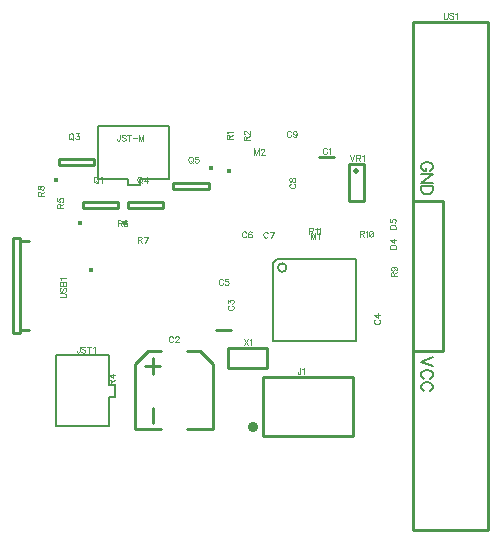
<source format=gbr>
G04 DipTrace 2.4.0.2*
%INTopSilk.gbr*%
%MOMM*%
%ADD10C,0.25*%
%ADD12C,0.076*%
%ADD29O,0.9X0.9*%
%ADD32C,0.127*%
%ADD34C,0.152*%
%ADD37O,0.411X0.39*%
%ADD41O,0.391X0.392*%
%ADD45O,0.4X0.401*%
%ADD51C,0.476*%
%ADD116C,0.157*%
%FSLAX53Y53*%
G04*
G71*
G90*
G75*
G01*
%LNTopSilk*%
%LPD*%
X24554Y25403D2*
D10*
X25853D1*
X15589Y2323D2*
X13389D1*
X15589D2*
Y7823D1*
X14489Y8922D2*
X15589Y7823D1*
X14489Y8922D2*
X13389D1*
X11189Y2323D2*
X8989D1*
Y7823D1*
X10089Y8922D2*
X8989Y7823D1*
X11189Y8922D2*
X10089D1*
X10489Y8323D2*
Y7023D1*
X9839Y7673D2*
X11139D1*
X10489Y4123D2*
Y2823D1*
X17157Y10709D2*
X15858D1*
X19870Y6732D2*
X27470D1*
Y1732D1*
X19870D1*
Y6732D1*
D29*
X19020Y2482D3*
X6823Y8572D2*
D32*
Y6072D1*
X7323D1*
Y5072D1*
X6823D1*
Y2572D1*
X2323D1*
Y8572D1*
X6823D1*
X11905Y23486D2*
X9405D1*
Y22986D1*
X8405D1*
Y23486D1*
X5905D1*
Y27986D1*
X11905D1*
Y23486D1*
X27709Y16774D2*
D34*
Y9763D1*
X20698D1*
Y16418D1*
X21054Y16774D2*
X27709D1*
X21054D2*
X20698Y16418D1*
X21101Y16011D2*
G02X21101Y16011I359J0D01*
G01*
D37*
X16989Y24195D3*
D41*
X4326Y19771D3*
X4560Y21045D2*
D10*
X7560D1*
Y21545D1*
X4560D1*
Y21045D1*
D41*
X2320Y23429D3*
X2554Y24702D2*
D10*
X5553D1*
Y25202D1*
X2554D1*
Y24702D1*
D41*
X8136Y19771D3*
X8370Y21045D2*
D10*
X11370D1*
Y21545D1*
X8370D1*
Y21045D1*
D41*
X15472Y24469D3*
X15239Y23196D2*
D10*
X12239D1*
Y22696D1*
X15239D1*
Y23196D1*
X35049Y21677D2*
X32509D1*
Y8974D1*
X35049D1*
Y21677D1*
X38859Y36826D2*
X32509D1*
Y-6174D1*
X38859D1*
Y36826D1*
X54Y10687D2*
X-696D1*
Y18538D2*
Y10437D1*
Y18538D2*
X-1295D1*
D45*
X5305Y15787D3*
X54Y18288D2*
D10*
X-696D1*
Y10437D2*
X-1295D1*
Y18538D2*
Y10437D1*
X28404Y24777D2*
X27134D1*
Y21602D1*
X28404D1*
Y24777D1*
D51*
X27690Y24222D3*
X16864Y9191D2*
D10*
X20164D1*
Y7491D1*
X16864D1*
Y9191D1*
X25247Y26026D2*
D12*
X25223Y26074D1*
X25174Y26123D1*
X25125Y26147D1*
X25028D1*
X24979Y26123D1*
X24931Y26074D1*
X24906Y26026D1*
X24882Y25953D1*
Y25831D1*
X24906Y25759D1*
X24931Y25710D1*
X24979Y25662D1*
X25028Y25637D1*
X25125D1*
X25174Y25662D1*
X25223Y25710D1*
X25247Y25759D1*
X25404Y26050D2*
X25452Y26074D1*
X25525Y26147D1*
Y25637D1*
X12223Y10072D2*
X12198Y10121D1*
X12150Y10170D1*
X12101Y10194D1*
X12004D1*
X11955Y10170D1*
X11907Y10121D1*
X11882Y10072D1*
X11858Y9999D1*
Y9878D1*
X11882Y9805D1*
X11907Y9756D1*
X11955Y9708D1*
X12004Y9683D1*
X12101D1*
X12150Y9708D1*
X12198Y9756D1*
X12223Y9805D1*
X12404Y10072D2*
Y10096D1*
X12428Y10145D1*
X12453Y10169D1*
X12501Y10193D1*
X12599D1*
X12647Y10169D1*
X12671Y10145D1*
X12696Y10096D1*
Y10048D1*
X12671Y9999D1*
X12623Y9926D1*
X12380Y9683D1*
X12720D1*
X16960Y12795D2*
X16911Y12771D1*
X16862Y12722D1*
X16838Y12674D1*
Y12577D1*
X16862Y12528D1*
X16911Y12480D1*
X16960Y12455D1*
X17033Y12431D1*
X17154D1*
X17227Y12455D1*
X17276Y12480D1*
X17324Y12528D1*
X17349Y12577D1*
Y12674D1*
X17324Y12722D1*
X17276Y12771D1*
X17227Y12795D1*
X16839Y13001D2*
Y13268D1*
X17033Y13122D1*
Y13195D1*
X17057Y13244D1*
X17081Y13268D1*
X17154Y13293D1*
X17203D1*
X17276Y13268D1*
X17325Y13220D1*
X17349Y13147D1*
Y13074D1*
X17325Y13001D1*
X17300Y12977D1*
X17252Y12952D1*
X29355Y11604D2*
X29306Y11579D1*
X29258Y11531D1*
X29233Y11482D1*
Y11385D1*
X29258Y11336D1*
X29306Y11288D1*
X29355Y11263D1*
X29428Y11239D1*
X29550D1*
X29622Y11263D1*
X29671Y11288D1*
X29719Y11336D1*
X29744Y11385D1*
Y11482D1*
X29719Y11531D1*
X29671Y11579D1*
X29622Y11604D1*
X29744Y12004D2*
X29234D1*
X29574Y11760D1*
Y12125D1*
X16441Y14932D2*
X16417Y14980D1*
X16368Y15029D1*
X16320Y15053D1*
X16223D1*
X16174Y15029D1*
X16125Y14980D1*
X16101Y14932D1*
X16077Y14859D1*
Y14737D1*
X16101Y14665D1*
X16125Y14616D1*
X16174Y14568D1*
X16223Y14543D1*
X16320D1*
X16368Y14568D1*
X16417Y14616D1*
X16441Y14665D1*
X16889Y15053D2*
X16647D1*
X16623Y14834D1*
X16647Y14858D1*
X16720Y14883D1*
X16792D1*
X16865Y14858D1*
X16914Y14810D1*
X16938Y14737D1*
Y14689D1*
X16914Y14616D1*
X16865Y14567D1*
X16792Y14543D1*
X16720D1*
X16647Y14567D1*
X16623Y14592D1*
X16598Y14640D1*
X18417Y18945D2*
X18393Y18994D1*
X18344Y19043D1*
X18296Y19067D1*
X18199D1*
X18150Y19043D1*
X18102Y18994D1*
X18077Y18945D1*
X18053Y18872D1*
Y18751D1*
X18077Y18678D1*
X18102Y18629D1*
X18150Y18581D1*
X18199Y18556D1*
X18296D1*
X18344Y18581D1*
X18393Y18629D1*
X18417Y18678D1*
X18865Y18994D2*
X18841Y19042D1*
X18768Y19066D1*
X18720D1*
X18647Y19042D1*
X18598Y18969D1*
X18574Y18848D1*
Y18726D1*
X18598Y18629D1*
X18647Y18580D1*
X18720Y18556D1*
X18744D1*
X18817Y18580D1*
X18865Y18629D1*
X18890Y18702D1*
Y18726D1*
X18865Y18799D1*
X18817Y18848D1*
X18744Y18872D1*
X18720D1*
X18647Y18848D1*
X18598Y18799D1*
X18574Y18726D1*
X20232Y18920D2*
X20207Y18968D1*
X20159Y19017D1*
X20110Y19041D1*
X20013D1*
X19964Y19017D1*
X19916Y18968D1*
X19891Y18920D1*
X19867Y18847D1*
Y18725D1*
X19891Y18653D1*
X19916Y18604D1*
X19964Y18556D1*
X20013Y18531D1*
X20110D1*
X20159Y18556D1*
X20207Y18604D1*
X20232Y18653D1*
X20486Y18531D2*
X20729Y19041D1*
X20389D1*
X22194Y23108D2*
X22146Y23084D1*
X22097Y23035D1*
X22073Y22987D1*
Y22890D1*
X22097Y22841D1*
X22146Y22793D1*
X22194Y22768D1*
X22267Y22744D1*
X22389D1*
X22461Y22768D1*
X22510Y22793D1*
X22558Y22841D1*
X22583Y22890D1*
Y22987D1*
X22558Y23035D1*
X22510Y23084D1*
X22461Y23108D1*
X22073Y23386D2*
X22097Y23314D1*
X22146Y23289D1*
X22195D1*
X22243Y23314D1*
X22268Y23362D1*
X22292Y23459D1*
X22316Y23532D1*
X22365Y23581D1*
X22413Y23605D1*
X22486D1*
X22534Y23581D1*
X22559Y23556D1*
X22583Y23483D1*
Y23386D1*
X22559Y23314D1*
X22534Y23289D1*
X22486Y23265D1*
X22413D1*
X22365Y23289D1*
X22316Y23338D1*
X22292Y23410D1*
X22268Y23508D1*
X22243Y23556D1*
X22195Y23581D1*
X22146D1*
X22097Y23556D1*
X22073Y23483D1*
Y23386D1*
X22213Y27464D2*
X22189Y27512D1*
X22140Y27561D1*
X22092Y27585D1*
X21994D1*
X21946Y27561D1*
X21897Y27512D1*
X21873Y27464D1*
X21848Y27391D1*
Y27269D1*
X21873Y27197D1*
X21897Y27148D1*
X21946Y27100D1*
X21994Y27075D1*
X22092D1*
X22140Y27100D1*
X22189Y27148D1*
X22213Y27197D1*
X22686Y27415D2*
X22661Y27342D1*
X22613Y27293D1*
X22540Y27269D1*
X22516D1*
X22443Y27293D1*
X22394Y27342D1*
X22370Y27415D1*
Y27439D1*
X22394Y27512D1*
X22443Y27561D1*
X22516Y27585D1*
X22540D1*
X22613Y27561D1*
X22661Y27512D1*
X22686Y27415D1*
Y27293D1*
X22661Y27172D1*
X22613Y27099D1*
X22540Y27075D1*
X22492D1*
X22419Y27099D1*
X22394Y27148D1*
X30572Y17592D2*
X31082D1*
Y17762D1*
X31057Y17835D1*
X31009Y17884D1*
X30960Y17908D1*
X30888Y17932D1*
X30766D1*
X30693Y17908D1*
X30645Y17884D1*
X30596Y17835D1*
X30572Y17762D1*
Y17592D1*
X31082Y18333D2*
X30572D1*
X30912Y18089D1*
Y18454D1*
X30564Y19309D2*
X31074D1*
Y19479D1*
X31049Y19552D1*
X31001Y19601D1*
X30952Y19625D1*
X30880Y19649D1*
X30758D1*
X30685Y19625D1*
X30637Y19601D1*
X30588Y19552D1*
X30564Y19479D1*
Y19309D1*
Y20098D2*
Y19855D1*
X30783Y19831D1*
X30759Y19855D1*
X30734Y19928D1*
Y20001D1*
X30759Y20074D1*
X30807Y20122D1*
X30880Y20147D1*
X30928D1*
X31001Y20122D1*
X31050Y20074D1*
X31074Y20001D1*
Y19928D1*
X31050Y19855D1*
X31025Y19831D1*
X30977Y19806D1*
X23002Y7476D2*
Y7087D1*
X22978Y7014D1*
X22954Y6990D1*
X22905Y6965D1*
X22856D1*
X22808Y6990D1*
X22784Y7014D1*
X22759Y7087D1*
Y7135D1*
X23159Y7378D2*
X23208Y7403D1*
X23281Y7475D1*
Y6965D1*
X4308Y9316D2*
Y8927D1*
X4284Y8854D1*
X4260Y8830D1*
X4211Y8806D1*
X4162D1*
X4114Y8830D1*
X4090Y8854D1*
X4065Y8927D1*
Y8976D1*
X4806Y9243D2*
X4757Y9292D1*
X4684Y9316D1*
X4587D1*
X4514Y9292D1*
X4465Y9243D1*
Y9195D1*
X4490Y9146D1*
X4514Y9122D1*
X4562Y9098D1*
X4708Y9049D1*
X4757Y9025D1*
X4781Y9000D1*
X4806Y8952D1*
Y8879D1*
X4757Y8830D1*
X4684Y8806D1*
X4587D1*
X4514Y8830D1*
X4465Y8879D1*
X5133Y9316D2*
Y8806D1*
X4962Y9316D2*
X5303D1*
X5460Y9218D2*
X5508Y9243D1*
X5581Y9315D1*
Y8806D1*
X7707Y27256D2*
Y26868D1*
X7683Y26795D1*
X7659Y26771D1*
X7610Y26746D1*
X7561D1*
X7513Y26771D1*
X7489Y26795D1*
X7464Y26868D1*
Y26916D1*
X8205Y27183D2*
X8156Y27232D1*
X8083Y27256D1*
X7986D1*
X7913Y27232D1*
X7864Y27183D1*
Y27135D1*
X7889Y27086D1*
X7913Y27062D1*
X7961Y27038D1*
X8107Y26989D1*
X8156Y26965D1*
X8180Y26940D1*
X8205Y26892D1*
Y26819D1*
X8156Y26771D1*
X8083Y26746D1*
X7986D1*
X7913Y26771D1*
X7864Y26819D1*
X8532Y27256D2*
Y26746D1*
X8361Y27256D2*
X8702D1*
X8859Y27001D2*
X9139D1*
X9685Y26746D2*
Y27256D1*
X9491Y26746D1*
X9296Y27256D1*
Y26746D1*
X24259Y18429D2*
Y18940D1*
X24064Y18429D1*
X23870Y18940D1*
Y18429D1*
X24415Y18842D2*
X24464Y18867D1*
X24537Y18939D1*
Y18429D1*
X19478Y25578D2*
Y26089D1*
X19284Y25578D1*
X19089Y26089D1*
Y25578D1*
X19660Y25967D2*
Y25991D1*
X19684Y26040D1*
X19708Y26064D1*
X19757Y26088D1*
X19854D1*
X19902Y26064D1*
X19926Y26040D1*
X19951Y25991D1*
Y25943D1*
X19926Y25894D1*
X19878Y25821D1*
X19635Y25578D1*
X19975D1*
X5657Y23714D2*
X5609Y23690D1*
X5560Y23641D1*
X5536Y23592D1*
X5511Y23519D1*
Y23398D1*
X5536Y23325D1*
X5560Y23277D1*
X5609Y23228D1*
X5657Y23204D1*
X5755D1*
X5803Y23228D1*
X5852Y23277D1*
X5876Y23325D1*
X5901Y23398D1*
Y23519D1*
X5876Y23592D1*
X5852Y23641D1*
X5803Y23690D1*
X5755Y23714D1*
X5657D1*
X5730Y23301D2*
X5876Y23155D1*
X6057Y23616D2*
X6106Y23641D1*
X6179Y23713D1*
Y23203D1*
X3542Y27371D2*
X3493Y27348D1*
X3445Y27299D1*
X3420Y27250D1*
X3396Y27177D1*
Y27056D1*
X3420Y26983D1*
X3445Y26934D1*
X3493Y26885D1*
X3542Y26861D1*
X3639D1*
X3688Y26885D1*
X3736Y26934D1*
X3760Y26983D1*
X3785Y27056D1*
Y27177D1*
X3760Y27250D1*
X3736Y27299D1*
X3688Y27348D1*
X3639Y27371D1*
X3542D1*
X3615Y26958D2*
X3760Y26812D1*
X3991Y27371D2*
X4257D1*
X4112Y27176D1*
X4185D1*
X4233Y27152D1*
X4257Y27128D1*
X4282Y27055D1*
Y27007D1*
X4257Y26934D1*
X4209Y26885D1*
X4136Y26861D1*
X4063D1*
X3991Y26885D1*
X3966Y26910D1*
X3942Y26958D1*
X9346Y23714D2*
X9298Y23690D1*
X9249Y23641D1*
X9225Y23592D1*
X9200Y23519D1*
Y23398D1*
X9225Y23325D1*
X9249Y23277D1*
X9298Y23228D1*
X9346Y23204D1*
X9443D1*
X9492Y23228D1*
X9540Y23277D1*
X9565Y23325D1*
X9589Y23398D1*
Y23519D1*
X9565Y23592D1*
X9540Y23641D1*
X9492Y23690D1*
X9443Y23714D1*
X9346D1*
X9419Y23301D2*
X9565Y23155D1*
X9989Y23203D2*
Y23713D1*
X9746Y23373D1*
X10111D1*
X13656Y25409D2*
X13608Y25385D1*
X13559Y25337D1*
X13535Y25288D1*
X13510Y25215D1*
Y25093D1*
X13535Y25020D1*
X13559Y24972D1*
X13608Y24923D1*
X13656Y24899D1*
X13753D1*
X13802Y24923D1*
X13851Y24972D1*
X13875Y25020D1*
X13899Y25093D1*
Y25215D1*
X13875Y25288D1*
X13851Y25337D1*
X13802Y25385D1*
X13753Y25409D1*
X13656D1*
X13729Y24996D2*
X13875Y24850D1*
X14348Y25408D2*
X14105D1*
X14081Y25190D1*
X14105Y25214D1*
X14178Y25239D1*
X14251D1*
X14324Y25214D1*
X14372Y25166D1*
X14397Y25093D1*
Y25045D1*
X14372Y24972D1*
X14324Y24923D1*
X14251Y24899D1*
X14178D1*
X14105Y24923D1*
X14081Y24947D1*
X14056Y24996D1*
X16999Y26878D2*
Y27096D1*
X16974Y27169D1*
X16950Y27194D1*
X16902Y27218D1*
X16853D1*
X16805Y27194D1*
X16780Y27169D1*
X16756Y27096D1*
Y26878D1*
X17266D1*
X16999Y27048D2*
X17266Y27218D1*
X16854Y27375D2*
X16829Y27424D1*
X16757Y27497D1*
X17266D1*
X18437Y26769D2*
Y26987D1*
X18412Y27060D1*
X18388Y27085D1*
X18340Y27109D1*
X18291D1*
X18242Y27085D1*
X18218Y27060D1*
X18194Y26987D1*
Y26769D1*
X18704D1*
X18437Y26939D2*
X18704Y27109D1*
X18315Y27291D2*
X18291D1*
X18242Y27315D1*
X18218Y27339D1*
X18194Y27388D1*
Y27485D1*
X18218Y27533D1*
X18242Y27557D1*
X18291Y27582D1*
X18340D1*
X18388Y27557D1*
X18461Y27509D1*
X18704Y27266D1*
Y27606D1*
X6999Y6169D2*
Y6388D1*
X6974Y6461D1*
X6950Y6485D1*
X6902Y6509D1*
X6853D1*
X6805Y6485D1*
X6780Y6461D1*
X6756Y6388D1*
Y6169D1*
X7266D1*
X6999Y6339D2*
X7266Y6509D1*
Y6910D2*
X6757D1*
X7096Y6666D1*
Y7031D1*
X2672Y21079D2*
Y21298D1*
X2647Y21371D1*
X2623Y21395D1*
X2574Y21419D1*
X2526D1*
X2477Y21395D1*
X2453Y21371D1*
X2428Y21298D1*
Y21079D1*
X2939D1*
X2672Y21249D2*
X2939Y21419D1*
X2429Y21868D2*
Y21625D1*
X2647Y21601D1*
X2623Y21625D1*
X2599Y21698D1*
Y21771D1*
X2623Y21844D1*
X2672Y21892D1*
X2745Y21917D1*
X2793D1*
X2866Y21892D1*
X2915Y21844D1*
X2939Y21771D1*
Y21698D1*
X2915Y21625D1*
X2890Y21601D1*
X2842Y21576D1*
X7541Y19755D2*
X7760D1*
X7833Y19780D1*
X7857Y19804D1*
X7882Y19853D1*
Y19901D1*
X7857Y19950D1*
X7833Y19974D1*
X7760Y19999D1*
X7541D1*
Y19488D1*
X7711Y19755D2*
X7882Y19488D1*
X8330Y19926D2*
X8306Y19974D1*
X8233Y19998D1*
X8184D1*
X8111Y19974D1*
X8063Y19901D1*
X8038Y19780D1*
Y19658D1*
X8063Y19561D1*
X8111Y19512D1*
X8184Y19488D1*
X8209D1*
X8281Y19512D1*
X8330Y19561D1*
X8354Y19634D1*
Y19658D1*
X8330Y19731D1*
X8281Y19780D1*
X8209Y19804D1*
X8184D1*
X8111Y19780D1*
X8063Y19731D1*
X8038Y19658D1*
X9231Y18376D2*
X9450D1*
X9523Y18401D1*
X9547Y18425D1*
X9572Y18473D1*
Y18522D1*
X9547Y18570D1*
X9523Y18595D1*
X9450Y18619D1*
X9231D1*
Y18109D1*
X9401Y18376D2*
X9572Y18109D1*
X9826D2*
X10069Y18618D1*
X9728D1*
X999Y22107D2*
Y22325D1*
X974Y22398D1*
X950Y22423D1*
X902Y22447D1*
X853D1*
X805Y22423D1*
X780Y22398D1*
X756Y22325D1*
Y22107D1*
X1266D1*
X999Y22277D2*
X1266Y22447D1*
X757Y22725D2*
X781Y22653D1*
X829Y22628D1*
X878D1*
X926Y22653D1*
X951Y22701D1*
X975Y22798D1*
X999Y22871D1*
X1048Y22919D1*
X1096Y22943D1*
X1169D1*
X1218Y22919D1*
X1242Y22895D1*
X1266Y22822D1*
Y22725D1*
X1242Y22653D1*
X1218Y22628D1*
X1169Y22604D1*
X1096D1*
X1048Y22628D1*
X999Y22677D1*
X975Y22749D1*
X951Y22846D1*
X926Y22895D1*
X878Y22919D1*
X829D1*
X781Y22895D1*
X757Y22822D1*
Y22725D1*
X30902Y15257D2*
Y15476D1*
X30877Y15549D1*
X30853Y15573D1*
X30805Y15597D1*
X30756D1*
X30708Y15573D1*
X30683Y15549D1*
X30659Y15476D1*
Y15257D1*
X31169D1*
X30902Y15427D2*
X31169Y15597D1*
X30829Y16070D2*
X30902Y16046D1*
X30951Y15997D1*
X30975Y15924D1*
Y15900D1*
X30951Y15827D1*
X30902Y15779D1*
X30829Y15754D1*
X30805D1*
X30732Y15779D1*
X30684Y15827D1*
X30659Y15900D1*
Y15924D1*
X30684Y15997D1*
X30732Y16046D1*
X30829Y16070D1*
X30951D1*
X31072Y16046D1*
X31145Y15997D1*
X31169Y15924D1*
Y15876D1*
X31145Y15803D1*
X31096Y15779D1*
X28040Y18890D2*
X28258D1*
X28331Y18915D1*
X28356Y18939D1*
X28380Y18988D1*
Y19036D1*
X28356Y19085D1*
X28331Y19109D1*
X28258Y19134D1*
X28040D1*
Y18623D1*
X28210Y18890D2*
X28380Y18623D1*
X28537Y19036D2*
X28586Y19061D1*
X28659Y19133D1*
Y18623D1*
X28962Y19133D2*
X28889Y19109D1*
X28840Y19036D1*
X28816Y18915D1*
Y18842D1*
X28840Y18720D1*
X28889Y18647D1*
X28962Y18623D1*
X29010D1*
X29083Y18647D1*
X29131Y18720D1*
X29156Y18842D1*
Y18915D1*
X29131Y19036D1*
X29083Y19109D1*
X29010Y19133D1*
X28962D1*
X29131Y19036D2*
X28840Y18720D1*
X23750Y19121D2*
X23969D1*
X24042Y19146D1*
X24066Y19170D1*
X24091Y19218D1*
Y19267D1*
X24066Y19315D1*
X24042Y19340D1*
X23969Y19364D1*
X23750D1*
Y18854D1*
X23920Y19121D2*
X24091Y18854D1*
X24247Y19267D2*
X24296Y19291D1*
X24369Y19364D1*
Y18854D1*
X24526Y19267D2*
X24575Y19291D1*
X24648Y19364D1*
Y18854D1*
X35126Y37570D2*
Y37205D1*
X35150Y37132D1*
X35199Y37084D1*
X35272Y37059D1*
X35321D1*
X35394Y37084D1*
X35442Y37132D1*
X35467Y37205D1*
Y37570D1*
X35964Y37497D2*
X35915Y37545D1*
X35842Y37570D1*
X35745D1*
X35672Y37545D1*
X35623Y37497D1*
Y37448D1*
X35648Y37399D1*
X35672Y37375D1*
X35721Y37351D1*
X35867Y37302D1*
X35915Y37278D1*
X35940Y37253D1*
X35964Y37205D1*
Y37132D1*
X35915Y37084D1*
X35842Y37059D1*
X35745D1*
X35672Y37084D1*
X35623Y37132D1*
X36121Y37472D2*
X36169Y37497D1*
X36242Y37569D1*
Y37059D1*
X2658Y13474D2*
X3023D1*
X3096Y13498D1*
X3144Y13547D1*
X3169Y13620D1*
Y13668D1*
X3144Y13741D1*
X3096Y13790D1*
X3023Y13814D1*
X2658D1*
X2731Y14311D2*
X2683Y14263D1*
X2658Y14190D1*
Y14093D1*
X2683Y14020D1*
X2731Y13971D1*
X2780D1*
X2829Y13996D1*
X2853Y14020D1*
X2877Y14068D1*
X2926Y14214D1*
X2950Y14263D1*
X2975Y14287D1*
X3023Y14311D1*
X3096D1*
X3144Y14263D1*
X3169Y14190D1*
Y14093D1*
X3144Y14020D1*
X3096Y13971D1*
X2658Y14468D2*
X3169D1*
Y14687D1*
X3144Y14760D1*
X3120Y14784D1*
X3072Y14808D1*
X2999D1*
X2950Y14784D1*
X2926Y14760D1*
X2902Y14687D1*
X2877Y14760D1*
X2853Y14784D1*
X2804Y14808D1*
X2756D1*
X2707Y14784D1*
X2683Y14760D1*
X2658Y14687D1*
Y14468D1*
X2902D2*
Y14687D1*
X2756Y14965D2*
X2731Y15014D1*
X2659Y15087D1*
X3169D1*
X27187Y25521D2*
X27381Y25011D1*
X27576Y25521D1*
X27733Y25278D2*
X27951D1*
X28024Y25303D1*
X28049Y25327D1*
X28073Y25375D1*
Y25424D1*
X28049Y25472D1*
X28024Y25497D1*
X27951Y25521D1*
X27733D1*
Y25011D1*
X27903Y25278D2*
X28073Y25011D1*
X28230Y25424D2*
X28279Y25448D1*
X28352Y25521D1*
Y25011D1*
X18204Y9935D2*
X18545Y9424D1*
Y9935D2*
X18204Y9424D1*
X18702Y9837D2*
X18751Y9862D1*
X18824Y9934D1*
Y9424D1*
X34229Y8423D2*
D116*
X33208Y8034D1*
X34229Y7646D1*
X33986Y6603D2*
X34083Y6652D1*
X34180Y6749D1*
X34229Y6846D1*
Y7040D1*
X34180Y7138D1*
X34083Y7234D1*
X33986Y7284D1*
X33840Y7332D1*
X33596D1*
X33451Y7284D1*
X33354Y7234D1*
X33257Y7138D1*
X33208Y7040D1*
Y6846D1*
X33257Y6749D1*
X33354Y6652D1*
X33451Y6603D1*
X33986Y5561D2*
X34083Y5609D1*
X34180Y5707D1*
X34229Y5803D1*
Y5998D1*
X34180Y6095D1*
X34083Y6192D1*
X33986Y6241D1*
X33840Y6290D1*
X33596D1*
X33451Y6241D1*
X33354Y6192D1*
X33257Y6095D1*
X33208Y5998D1*
Y5803D1*
X33257Y5707D1*
X33354Y5609D1*
X33451Y5561D1*
X33986Y24202D2*
X34083Y24250D1*
X34180Y24348D1*
X34229Y24444D1*
Y24639D1*
X34180Y24736D1*
X34083Y24833D1*
X33986Y24882D1*
X33840Y24931D1*
X33596D1*
X33451Y24882D1*
X33354Y24833D1*
X33257Y24736D1*
X33208Y24639D1*
Y24444D1*
X33257Y24348D1*
X33354Y24250D1*
X33451Y24202D1*
X33596D1*
Y24444D1*
X34229Y23208D2*
X33208D1*
X34229Y23888D1*
X33208D1*
X34229Y22894D2*
X33208D1*
Y22554D1*
X33257Y22408D1*
X33354Y22310D1*
X33451Y22262D1*
X33596Y22213D1*
X33840D1*
X33986Y22262D1*
X34083Y22310D1*
X34180Y22408D1*
X34229Y22554D1*
Y22894D1*
M02*

</source>
